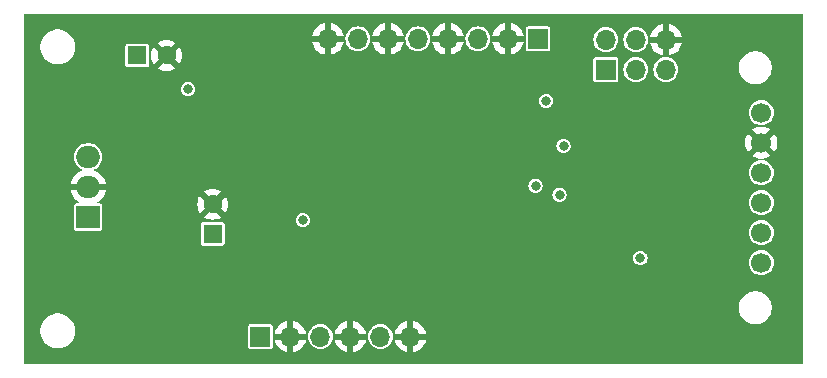
<source format=gbr>
%TF.GenerationSoftware,KiCad,Pcbnew,8.0.1*%
%TF.CreationDate,2024-05-12T19:19:51+02:00*%
%TF.ProjectId,lps-1,6c70732d-312e-46b6-9963-61645f706362,1.2*%
%TF.SameCoordinates,Original*%
%TF.FileFunction,Copper,L2,Inr*%
%TF.FilePolarity,Positive*%
%FSLAX46Y46*%
G04 Gerber Fmt 4.6, Leading zero omitted, Abs format (unit mm)*
G04 Created by KiCad (PCBNEW 8.0.1) date 2024-05-12 19:19:51*
%MOMM*%
%LPD*%
G01*
G04 APERTURE LIST*
%TA.AperFunction,ComponentPad*%
%ADD10C,1.700000*%
%TD*%
%TA.AperFunction,ComponentPad*%
%ADD11R,2.000000X1.905000*%
%TD*%
%TA.AperFunction,ComponentPad*%
%ADD12O,2.000000X1.905000*%
%TD*%
%TA.AperFunction,ComponentPad*%
%ADD13R,1.700000X1.700000*%
%TD*%
%TA.AperFunction,ComponentPad*%
%ADD14O,1.700000X1.700000*%
%TD*%
%TA.AperFunction,ComponentPad*%
%ADD15R,1.600000X1.600000*%
%TD*%
%TA.AperFunction,ComponentPad*%
%ADD16C,1.600000*%
%TD*%
%TA.AperFunction,ViaPad*%
%ADD17C,0.800000*%
%TD*%
G04 APERTURE END LIST*
D10*
%TO.N,+3.3V*%
%TO.C,J4*%
X125540000Y-63550000D03*
%TO.N,GND*%
X125540000Y-66090000D03*
%TO.N,/SCL*%
X125540000Y-68630000D03*
%TO.N,/SDA*%
X125540000Y-71170000D03*
%TO.N,unconnected-(J4-Pin_5-Pad5)*%
X125540000Y-73710000D03*
%TO.N,unconnected-(J4-Pin_6-Pad6)*%
X125540000Y-76250000D03*
%TD*%
D11*
%TO.N,Net-(D1-K)*%
%TO.C,U1*%
X68550000Y-72379999D03*
D12*
%TO.N,GND*%
X68550000Y-69839999D03*
%TO.N,+5V*%
X68550000Y-67299999D03*
%TD*%
D13*
%TO.N,/TxD0*%
%TO.C,J5*%
X112375000Y-59905000D03*
D14*
%TO.N,/RxD0*%
X112375000Y-57365000D03*
%TO.N,/MODEM_SLEEP*%
X114915000Y-59905000D03*
%TO.N,/MODEM_RESET*%
X114915000Y-57365000D03*
%TO.N,+3.3V*%
X117455000Y-59905000D03*
%TO.N,GND*%
X117455000Y-57365000D03*
%TD*%
D15*
%TO.N,+5V*%
%TO.C,C6*%
X72700000Y-58700000D03*
D16*
%TO.N,GND*%
X75200000Y-58700000D03*
%TD*%
D13*
%TO.N,+3.3V*%
%TO.C,J6*%
X106630000Y-57290000D03*
D14*
%TO.N,GND*%
X104090000Y-57290000D03*
%TO.N,/UPDI*%
X101550000Y-57290000D03*
%TO.N,GND*%
X99010000Y-57290000D03*
%TO.N,/DIN*%
X96470000Y-57290000D03*
%TO.N,GND*%
X93930000Y-57290000D03*
%TO.N,/DOUT*%
X91390000Y-57290000D03*
%TO.N,GND*%
X88850000Y-57290000D03*
%TD*%
D15*
%TO.N,Net-(D1-K)*%
%TO.C,C1*%
X79098257Y-73796363D03*
D16*
%TO.N,GND*%
X79098257Y-71296363D03*
%TD*%
D13*
%TO.N,/12VIN*%
%TO.C,J15*%
X83125000Y-82500000D03*
D14*
%TO.N,GND*%
X85665000Y-82500000D03*
%TO.N,+5V*%
X88205000Y-82500000D03*
%TO.N,GND*%
X90745000Y-82500000D03*
%TO.N,+3.3V*%
X93285000Y-82500000D03*
%TO.N,GND*%
X95825000Y-82500000D03*
%TD*%
D17*
%TO.N,+3.3V*%
X107330732Y-62545937D03*
X115300000Y-75850000D03*
X77000000Y-61550000D03*
X86725000Y-72650000D03*
%TO.N,GND*%
X117730000Y-65610000D03*
X117090000Y-77200000D03*
X117740000Y-72980000D03*
X106680000Y-66040000D03*
X119970834Y-70386500D03*
%TO.N,/SCL*%
X106426000Y-69723000D03*
%TO.N,/SDA*%
X108458000Y-70485000D03*
%TO.N,/UPDI*%
X108794474Y-66357072D03*
%TD*%
%TA.AperFunction,Conductor*%
%TO.N,GND*%
G36*
X129053794Y-55171206D02*
G01*
X129072100Y-55215400D01*
X129072100Y-84784600D01*
X129053794Y-84828794D01*
X129009600Y-84847100D01*
X63214400Y-84847100D01*
X63170206Y-84828794D01*
X63151900Y-84784600D01*
X63151900Y-82141279D01*
X64497500Y-82141279D01*
X64497501Y-82141295D01*
X64533880Y-82370979D01*
X64533880Y-82370980D01*
X64605746Y-82592161D01*
X64605750Y-82592169D01*
X64711329Y-82799381D01*
X64848025Y-82987526D01*
X64848032Y-82987534D01*
X65012465Y-83151967D01*
X65012473Y-83151974D01*
X65142452Y-83246410D01*
X65200621Y-83288672D01*
X65407837Y-83394253D01*
X65629018Y-83466119D01*
X65725829Y-83481452D01*
X65858704Y-83502498D01*
X65858710Y-83502498D01*
X65858718Y-83502500D01*
X65858720Y-83502500D01*
X66091280Y-83502500D01*
X66091282Y-83502500D01*
X66320982Y-83466119D01*
X66542163Y-83394253D01*
X66590257Y-83369748D01*
X82074500Y-83369748D01*
X82086132Y-83428230D01*
X82086133Y-83428232D01*
X82130447Y-83494552D01*
X82196767Y-83538866D01*
X82196769Y-83538867D01*
X82255252Y-83550500D01*
X83994748Y-83550500D01*
X84053231Y-83538867D01*
X84119552Y-83494552D01*
X84163867Y-83428231D01*
X84175500Y-83369748D01*
X84175500Y-82754000D01*
X84328457Y-82754000D01*
X84376178Y-82942451D01*
X84376179Y-82942455D01*
X84466583Y-83148554D01*
X84466585Y-83148557D01*
X84589674Y-83336957D01*
X84589677Y-83336962D01*
X84742101Y-83502538D01*
X84742104Y-83502541D01*
X84919697Y-83640767D01*
X84919699Y-83640768D01*
X85117627Y-83747880D01*
X85117628Y-83747881D01*
X85330487Y-83820956D01*
X85411000Y-83834391D01*
X85411000Y-82930702D01*
X85472007Y-82965925D01*
X85599174Y-83000000D01*
X85730826Y-83000000D01*
X85857993Y-82965925D01*
X85919000Y-82930702D01*
X85919000Y-83834391D01*
X85999512Y-83820956D01*
X86212371Y-83747881D01*
X86212372Y-83747880D01*
X86410300Y-83640768D01*
X86410302Y-83640767D01*
X86587895Y-83502541D01*
X86587898Y-83502538D01*
X86740322Y-83336962D01*
X86740325Y-83336957D01*
X86863414Y-83148557D01*
X86863416Y-83148554D01*
X86953820Y-82942455D01*
X86953821Y-82942451D01*
X87001543Y-82754000D01*
X86095703Y-82754000D01*
X86130925Y-82692993D01*
X86165000Y-82565826D01*
X86165000Y-82500000D01*
X87149417Y-82500000D01*
X87169699Y-82705930D01*
X87169700Y-82705935D01*
X87229766Y-82903949D01*
X87229768Y-82903954D01*
X87327311Y-83086444D01*
X87327319Y-83086455D01*
X87378284Y-83148557D01*
X87458590Y-83246410D01*
X87618550Y-83377685D01*
X87618553Y-83377686D01*
X87618555Y-83377688D01*
X87649546Y-83394253D01*
X87801046Y-83475232D01*
X87999066Y-83535300D01*
X88205000Y-83555583D01*
X88410934Y-83535300D01*
X88608954Y-83475232D01*
X88791450Y-83377685D01*
X88951410Y-83246410D01*
X89082685Y-83086450D01*
X89180232Y-82903954D01*
X89225720Y-82754000D01*
X89408457Y-82754000D01*
X89456178Y-82942451D01*
X89456179Y-82942455D01*
X89546583Y-83148554D01*
X89546585Y-83148557D01*
X89669674Y-83336957D01*
X89669677Y-83336962D01*
X89822101Y-83502538D01*
X89822104Y-83502541D01*
X89999697Y-83640767D01*
X89999699Y-83640768D01*
X90197627Y-83747880D01*
X90197628Y-83747881D01*
X90410487Y-83820956D01*
X90491000Y-83834391D01*
X90491000Y-82930702D01*
X90552007Y-82965925D01*
X90679174Y-83000000D01*
X90810826Y-83000000D01*
X90937993Y-82965925D01*
X90999000Y-82930702D01*
X90999000Y-83834391D01*
X91079512Y-83820956D01*
X91292371Y-83747881D01*
X91292372Y-83747880D01*
X91490300Y-83640768D01*
X91490302Y-83640767D01*
X91667895Y-83502541D01*
X91667898Y-83502538D01*
X91820322Y-83336962D01*
X91820325Y-83336957D01*
X91943414Y-83148557D01*
X91943416Y-83148554D01*
X92033820Y-82942455D01*
X92033821Y-82942451D01*
X92081543Y-82754000D01*
X91175703Y-82754000D01*
X91210925Y-82692993D01*
X91245000Y-82565826D01*
X91245000Y-82500000D01*
X92229417Y-82500000D01*
X92249699Y-82705930D01*
X92249700Y-82705935D01*
X92309766Y-82903949D01*
X92309768Y-82903954D01*
X92407311Y-83086444D01*
X92407319Y-83086455D01*
X92458284Y-83148557D01*
X92538590Y-83246410D01*
X92698550Y-83377685D01*
X92698553Y-83377686D01*
X92698555Y-83377688D01*
X92729546Y-83394253D01*
X92881046Y-83475232D01*
X93079066Y-83535300D01*
X93285000Y-83555583D01*
X93490934Y-83535300D01*
X93688954Y-83475232D01*
X93871450Y-83377685D01*
X94031410Y-83246410D01*
X94162685Y-83086450D01*
X94260232Y-82903954D01*
X94305720Y-82754000D01*
X94488457Y-82754000D01*
X94536178Y-82942451D01*
X94536179Y-82942455D01*
X94626583Y-83148554D01*
X94626585Y-83148557D01*
X94749674Y-83336957D01*
X94749677Y-83336962D01*
X94902101Y-83502538D01*
X94902104Y-83502541D01*
X95079697Y-83640767D01*
X95079699Y-83640768D01*
X95277627Y-83747880D01*
X95277628Y-83747881D01*
X95490487Y-83820956D01*
X95571000Y-83834391D01*
X95571000Y-82930702D01*
X95632007Y-82965925D01*
X95759174Y-83000000D01*
X95890826Y-83000000D01*
X96017993Y-82965925D01*
X96079000Y-82930702D01*
X96079000Y-83834391D01*
X96159512Y-83820956D01*
X96372371Y-83747881D01*
X96372372Y-83747880D01*
X96570300Y-83640768D01*
X96570302Y-83640767D01*
X96747895Y-83502541D01*
X96747898Y-83502538D01*
X96900322Y-83336962D01*
X96900325Y-83336957D01*
X97023414Y-83148557D01*
X97023416Y-83148554D01*
X97113820Y-82942455D01*
X97113821Y-82942451D01*
X97161543Y-82754000D01*
X96255703Y-82754000D01*
X96290925Y-82692993D01*
X96325000Y-82565826D01*
X96325000Y-82434174D01*
X96290925Y-82307007D01*
X96255703Y-82246000D01*
X97161543Y-82246000D01*
X97113821Y-82057548D01*
X97113820Y-82057544D01*
X97023416Y-81851445D01*
X97023414Y-81851442D01*
X96900325Y-81663042D01*
X96900322Y-81663037D01*
X96747898Y-81497461D01*
X96747895Y-81497458D01*
X96570302Y-81359232D01*
X96570300Y-81359231D01*
X96372372Y-81252119D01*
X96372371Y-81252118D01*
X96159507Y-81179041D01*
X96079000Y-81165606D01*
X96079000Y-82069297D01*
X96017993Y-82034075D01*
X95890826Y-82000000D01*
X95759174Y-82000000D01*
X95632007Y-82034075D01*
X95571000Y-82069297D01*
X95571000Y-81165606D01*
X95490492Y-81179041D01*
X95277628Y-81252118D01*
X95277627Y-81252119D01*
X95079699Y-81359231D01*
X95079697Y-81359232D01*
X94902104Y-81497458D01*
X94902101Y-81497461D01*
X94749677Y-81663037D01*
X94749674Y-81663042D01*
X94626585Y-81851442D01*
X94626583Y-81851445D01*
X94536179Y-82057544D01*
X94536178Y-82057548D01*
X94488457Y-82246000D01*
X95394297Y-82246000D01*
X95359075Y-82307007D01*
X95325000Y-82434174D01*
X95325000Y-82565826D01*
X95359075Y-82692993D01*
X95394297Y-82754000D01*
X94488457Y-82754000D01*
X94305720Y-82754000D01*
X94320300Y-82705934D01*
X94340583Y-82500000D01*
X94320300Y-82294066D01*
X94260232Y-82096046D01*
X94162685Y-81913550D01*
X94031410Y-81753590D01*
X93940544Y-81679019D01*
X93871455Y-81622319D01*
X93871453Y-81622318D01*
X93871450Y-81622315D01*
X93871448Y-81622313D01*
X93871444Y-81622311D01*
X93688954Y-81524768D01*
X93688949Y-81524766D01*
X93490935Y-81464700D01*
X93490930Y-81464699D01*
X93285000Y-81444417D01*
X93079069Y-81464699D01*
X93079064Y-81464700D01*
X92881050Y-81524766D01*
X92881045Y-81524768D01*
X92698555Y-81622311D01*
X92698544Y-81622319D01*
X92538591Y-81753588D01*
X92538588Y-81753591D01*
X92407319Y-81913544D01*
X92407311Y-81913555D01*
X92309768Y-82096045D01*
X92309766Y-82096050D01*
X92249700Y-82294064D01*
X92249699Y-82294069D01*
X92229417Y-82499999D01*
X92229417Y-82500000D01*
X91245000Y-82500000D01*
X91245000Y-82434174D01*
X91210925Y-82307007D01*
X91175703Y-82246000D01*
X92081543Y-82246000D01*
X92033821Y-82057548D01*
X92033820Y-82057544D01*
X91943416Y-81851445D01*
X91943414Y-81851442D01*
X91820325Y-81663042D01*
X91820322Y-81663037D01*
X91667898Y-81497461D01*
X91667895Y-81497458D01*
X91490302Y-81359232D01*
X91490300Y-81359231D01*
X91292372Y-81252119D01*
X91292371Y-81252118D01*
X91079507Y-81179041D01*
X90999000Y-81165606D01*
X90999000Y-82069297D01*
X90937993Y-82034075D01*
X90810826Y-82000000D01*
X90679174Y-82000000D01*
X90552007Y-82034075D01*
X90491000Y-82069297D01*
X90491000Y-81165606D01*
X90410492Y-81179041D01*
X90197628Y-81252118D01*
X90197627Y-81252119D01*
X89999699Y-81359231D01*
X89999697Y-81359232D01*
X89822104Y-81497458D01*
X89822101Y-81497461D01*
X89669677Y-81663037D01*
X89669674Y-81663042D01*
X89546585Y-81851442D01*
X89546583Y-81851445D01*
X89456179Y-82057544D01*
X89456178Y-82057548D01*
X89408457Y-82246000D01*
X90314297Y-82246000D01*
X90279075Y-82307007D01*
X90245000Y-82434174D01*
X90245000Y-82565826D01*
X90279075Y-82692993D01*
X90314297Y-82754000D01*
X89408457Y-82754000D01*
X89225720Y-82754000D01*
X89240300Y-82705934D01*
X89260583Y-82500000D01*
X89240300Y-82294066D01*
X89180232Y-82096046D01*
X89082685Y-81913550D01*
X88951410Y-81753590D01*
X88860544Y-81679019D01*
X88791455Y-81622319D01*
X88791453Y-81622318D01*
X88791450Y-81622315D01*
X88791448Y-81622313D01*
X88791444Y-81622311D01*
X88608954Y-81524768D01*
X88608949Y-81524766D01*
X88410935Y-81464700D01*
X88410930Y-81464699D01*
X88205000Y-81444417D01*
X87999069Y-81464699D01*
X87999064Y-81464700D01*
X87801050Y-81524766D01*
X87801045Y-81524768D01*
X87618555Y-81622311D01*
X87618544Y-81622319D01*
X87458591Y-81753588D01*
X87458588Y-81753591D01*
X87327319Y-81913544D01*
X87327311Y-81913555D01*
X87229768Y-82096045D01*
X87229766Y-82096050D01*
X87169700Y-82294064D01*
X87169699Y-82294069D01*
X87149417Y-82499999D01*
X87149417Y-82500000D01*
X86165000Y-82500000D01*
X86165000Y-82434174D01*
X86130925Y-82307007D01*
X86095703Y-82246000D01*
X87001543Y-82246000D01*
X86953821Y-82057548D01*
X86953820Y-82057544D01*
X86863416Y-81851445D01*
X86863414Y-81851442D01*
X86740325Y-81663042D01*
X86740322Y-81663037D01*
X86587898Y-81497461D01*
X86587895Y-81497458D01*
X86410302Y-81359232D01*
X86410300Y-81359231D01*
X86212372Y-81252119D01*
X86212371Y-81252118D01*
X85999507Y-81179041D01*
X85919000Y-81165606D01*
X85919000Y-82069297D01*
X85857993Y-82034075D01*
X85730826Y-82000000D01*
X85599174Y-82000000D01*
X85472007Y-82034075D01*
X85411000Y-82069297D01*
X85411000Y-81165606D01*
X85330492Y-81179041D01*
X85117628Y-81252118D01*
X85117627Y-81252119D01*
X84919699Y-81359231D01*
X84919697Y-81359232D01*
X84742104Y-81497458D01*
X84742101Y-81497461D01*
X84589677Y-81663037D01*
X84589674Y-81663042D01*
X84466585Y-81851442D01*
X84466583Y-81851445D01*
X84376179Y-82057544D01*
X84376178Y-82057548D01*
X84328457Y-82246000D01*
X85234297Y-82246000D01*
X85199075Y-82307007D01*
X85165000Y-82434174D01*
X85165000Y-82565826D01*
X85199075Y-82692993D01*
X85234297Y-82754000D01*
X84328457Y-82754000D01*
X84175500Y-82754000D01*
X84175500Y-81630252D01*
X84163867Y-81571769D01*
X84163866Y-81571767D01*
X84119552Y-81505447D01*
X84053232Y-81461133D01*
X84053230Y-81461132D01*
X83994748Y-81449500D01*
X82255252Y-81449500D01*
X82196769Y-81461132D01*
X82196767Y-81461133D01*
X82130447Y-81505447D01*
X82086133Y-81571767D01*
X82086132Y-81571769D01*
X82074500Y-81630251D01*
X82074500Y-83369748D01*
X66590257Y-83369748D01*
X66749379Y-83288672D01*
X66937527Y-83151974D01*
X67101974Y-82987527D01*
X67238672Y-82799379D01*
X67344253Y-82592163D01*
X67416119Y-82370982D01*
X67452500Y-82141282D01*
X67452500Y-81908718D01*
X67416119Y-81679018D01*
X67344253Y-81457837D01*
X67238672Y-81250621D01*
X67101974Y-81062473D01*
X67101967Y-81062465D01*
X66937534Y-80898032D01*
X66937526Y-80898025D01*
X66749381Y-80761329D01*
X66542169Y-80655750D01*
X66542161Y-80655746D01*
X66320980Y-80583880D01*
X66091295Y-80547501D01*
X66091283Y-80547500D01*
X66091282Y-80547500D01*
X65858718Y-80547500D01*
X65858716Y-80547500D01*
X65858704Y-80547501D01*
X65629020Y-80583880D01*
X65629019Y-80583880D01*
X65407838Y-80655746D01*
X65407830Y-80655750D01*
X65200618Y-80761329D01*
X65012473Y-80898025D01*
X65012465Y-80898032D01*
X64848032Y-81062465D01*
X64848025Y-81062473D01*
X64711329Y-81250618D01*
X64605750Y-81457830D01*
X64605746Y-81457838D01*
X64533880Y-81679019D01*
X64533880Y-81679020D01*
X64497501Y-81908704D01*
X64497500Y-81908720D01*
X64497500Y-82141279D01*
X63151900Y-82141279D01*
X63151900Y-80169983D01*
X123634500Y-80169983D01*
X123634501Y-80169999D01*
X123668910Y-80387246D01*
X123668910Y-80387247D01*
X123736886Y-80596455D01*
X123736887Y-80596457D01*
X123767097Y-80655746D01*
X123836751Y-80792449D01*
X123966047Y-80970410D01*
X123966050Y-80970413D01*
X123966053Y-80970417D01*
X124121582Y-81125946D01*
X124121585Y-81125948D01*
X124121590Y-81125953D01*
X124299551Y-81255249D01*
X124495546Y-81355114D01*
X124704751Y-81423089D01*
X124796322Y-81437592D01*
X124922000Y-81457498D01*
X124922006Y-81457498D01*
X124922014Y-81457500D01*
X124922016Y-81457500D01*
X125141984Y-81457500D01*
X125141986Y-81457500D01*
X125359249Y-81423089D01*
X125568454Y-81355114D01*
X125764449Y-81255249D01*
X125942410Y-81125953D01*
X126097953Y-80970410D01*
X126227249Y-80792449D01*
X126327114Y-80596454D01*
X126395089Y-80387249D01*
X126429500Y-80169986D01*
X126429500Y-79950014D01*
X126395089Y-79732751D01*
X126327114Y-79523546D01*
X126227249Y-79327551D01*
X126097953Y-79149590D01*
X126097948Y-79149585D01*
X126097946Y-79149582D01*
X125942417Y-78994053D01*
X125942413Y-78994050D01*
X125942410Y-78994047D01*
X125764449Y-78864751D01*
X125568457Y-78764887D01*
X125568455Y-78764886D01*
X125359247Y-78696910D01*
X125141999Y-78662501D01*
X125141987Y-78662500D01*
X125141986Y-78662500D01*
X124922014Y-78662500D01*
X124922012Y-78662500D01*
X124922000Y-78662501D01*
X124704753Y-78696910D01*
X124704752Y-78696910D01*
X124495544Y-78764886D01*
X124495542Y-78764887D01*
X124299550Y-78864751D01*
X124121582Y-78994053D01*
X123966053Y-79149582D01*
X123836751Y-79327550D01*
X123736887Y-79523542D01*
X123736886Y-79523544D01*
X123668910Y-79732752D01*
X123668910Y-79732753D01*
X123634501Y-79950000D01*
X123634500Y-79950016D01*
X123634500Y-80169983D01*
X63151900Y-80169983D01*
X63151900Y-75850001D01*
X114694318Y-75850001D01*
X114714954Y-76006755D01*
X114714957Y-76006765D01*
X114775462Y-76152838D01*
X114775464Y-76152841D01*
X114871717Y-76278282D01*
X114967971Y-76352139D01*
X114997159Y-76374536D01*
X115143238Y-76435044D01*
X115143242Y-76435044D01*
X115143244Y-76435045D01*
X115299998Y-76455682D01*
X115300000Y-76455682D01*
X115300002Y-76455682D01*
X115456755Y-76435045D01*
X115456755Y-76435044D01*
X115456762Y-76435044D01*
X115602841Y-76374536D01*
X115728282Y-76278282D01*
X115749983Y-76250000D01*
X124484417Y-76250000D01*
X124504699Y-76455930D01*
X124504700Y-76455935D01*
X124564766Y-76653949D01*
X124564768Y-76653954D01*
X124662311Y-76836444D01*
X124662313Y-76836448D01*
X124662315Y-76836450D01*
X124793590Y-76996410D01*
X124953550Y-77127685D01*
X124953553Y-77127686D01*
X124953555Y-77127688D01*
X125028912Y-77167967D01*
X125136046Y-77225232D01*
X125334066Y-77285300D01*
X125540000Y-77305583D01*
X125745934Y-77285300D01*
X125943954Y-77225232D01*
X126126450Y-77127685D01*
X126286410Y-76996410D01*
X126417685Y-76836450D01*
X126515232Y-76653954D01*
X126575300Y-76455934D01*
X126595583Y-76250000D01*
X126575300Y-76044066D01*
X126515232Y-75846046D01*
X126417685Y-75663550D01*
X126286410Y-75503590D01*
X126126450Y-75372315D01*
X126126448Y-75372313D01*
X126126444Y-75372311D01*
X125943954Y-75274768D01*
X125943949Y-75274766D01*
X125745935Y-75214700D01*
X125745930Y-75214699D01*
X125540000Y-75194417D01*
X125334069Y-75214699D01*
X125334064Y-75214700D01*
X125136050Y-75274766D01*
X125136045Y-75274768D01*
X124953555Y-75372311D01*
X124953544Y-75372319D01*
X124793591Y-75503588D01*
X124793588Y-75503591D01*
X124662319Y-75663544D01*
X124662311Y-75663555D01*
X124564768Y-75846045D01*
X124564766Y-75846050D01*
X124504700Y-76044064D01*
X124504699Y-76044069D01*
X124484417Y-76249999D01*
X124484417Y-76250000D01*
X115749983Y-76250000D01*
X115824536Y-76152841D01*
X115885044Y-76006762D01*
X115905682Y-75850000D01*
X115905161Y-75846046D01*
X115885045Y-75693244D01*
X115885044Y-75693242D01*
X115885044Y-75693238D01*
X115824536Y-75547159D01*
X115791105Y-75503591D01*
X115728282Y-75421717D01*
X115602841Y-75325464D01*
X115602838Y-75325462D01*
X115456765Y-75264957D01*
X115456755Y-75264954D01*
X115300002Y-75244318D01*
X115299998Y-75244318D01*
X115143244Y-75264954D01*
X115143234Y-75264957D01*
X114997161Y-75325462D01*
X114997158Y-75325464D01*
X114871717Y-75421717D01*
X114775464Y-75547158D01*
X114775462Y-75547161D01*
X114714957Y-75693234D01*
X114714954Y-75693244D01*
X114694318Y-75849998D01*
X114694318Y-75850001D01*
X63151900Y-75850001D01*
X63151900Y-74616111D01*
X78097757Y-74616111D01*
X78109389Y-74674593D01*
X78109390Y-74674595D01*
X78153704Y-74740915D01*
X78220024Y-74785229D01*
X78220026Y-74785230D01*
X78278509Y-74796863D01*
X79918005Y-74796863D01*
X79976488Y-74785230D01*
X80042809Y-74740915D01*
X80087124Y-74674594D01*
X80098757Y-74616111D01*
X80098757Y-73710000D01*
X124484417Y-73710000D01*
X124504699Y-73915930D01*
X124504700Y-73915935D01*
X124564766Y-74113949D01*
X124564768Y-74113954D01*
X124662311Y-74296444D01*
X124662313Y-74296448D01*
X124662315Y-74296450D01*
X124793590Y-74456410D01*
X124953550Y-74587685D01*
X124953553Y-74587686D01*
X124953555Y-74587688D01*
X125006731Y-74616111D01*
X125136046Y-74685232D01*
X125334066Y-74745300D01*
X125540000Y-74765583D01*
X125745934Y-74745300D01*
X125943954Y-74685232D01*
X126126450Y-74587685D01*
X126286410Y-74456410D01*
X126417685Y-74296450D01*
X126515232Y-74113954D01*
X126575300Y-73915934D01*
X126595583Y-73710000D01*
X126575300Y-73504066D01*
X126515232Y-73306046D01*
X126417685Y-73123550D01*
X126297099Y-72976615D01*
X126286411Y-72963591D01*
X126286408Y-72963588D01*
X126126455Y-72832319D01*
X126126453Y-72832318D01*
X126126450Y-72832315D01*
X126126448Y-72832313D01*
X126126444Y-72832311D01*
X125943954Y-72734768D01*
X125943949Y-72734766D01*
X125745935Y-72674700D01*
X125745930Y-72674699D01*
X125540000Y-72654417D01*
X125334069Y-72674699D01*
X125334064Y-72674700D01*
X125136050Y-72734766D01*
X125136045Y-72734768D01*
X124953555Y-72832311D01*
X124953544Y-72832319D01*
X124793591Y-72963588D01*
X124793588Y-72963591D01*
X124662319Y-73123544D01*
X124662311Y-73123555D01*
X124564768Y-73306045D01*
X124564766Y-73306050D01*
X124504700Y-73504064D01*
X124504699Y-73504069D01*
X124484417Y-73709999D01*
X124484417Y-73710000D01*
X80098757Y-73710000D01*
X80098757Y-72976615D01*
X80087124Y-72918132D01*
X80087123Y-72918130D01*
X80042809Y-72851810D01*
X79976489Y-72807496D01*
X79976487Y-72807495D01*
X79918005Y-72795863D01*
X78278509Y-72795863D01*
X78220026Y-72807495D01*
X78220024Y-72807496D01*
X78153704Y-72851810D01*
X78109390Y-72918130D01*
X78109389Y-72918132D01*
X78097757Y-72976614D01*
X78097757Y-74616111D01*
X63151900Y-74616111D01*
X63151900Y-70093999D01*
X67064024Y-70093999D01*
X67077962Y-70181997D01*
X67077962Y-70181998D01*
X67149001Y-70400634D01*
X67149005Y-70400642D01*
X67253368Y-70605465D01*
X67388499Y-70791458D01*
X67551040Y-70953999D01*
X67737030Y-71089129D01*
X67775658Y-71108811D01*
X67806724Y-71145186D01*
X67802971Y-71192874D01*
X67766596Y-71223940D01*
X67747283Y-71226999D01*
X67530252Y-71226999D01*
X67471769Y-71238631D01*
X67471767Y-71238632D01*
X67405447Y-71282946D01*
X67361133Y-71349266D01*
X67361132Y-71349268D01*
X67349500Y-71407750D01*
X67349500Y-73352247D01*
X67361132Y-73410729D01*
X67361133Y-73410731D01*
X67405447Y-73477051D01*
X67471767Y-73521365D01*
X67471769Y-73521366D01*
X67530252Y-73532999D01*
X69569748Y-73532999D01*
X69628231Y-73521366D01*
X69694552Y-73477051D01*
X69738867Y-73410730D01*
X69750500Y-73352247D01*
X69750500Y-72650001D01*
X86119318Y-72650001D01*
X86139954Y-72806755D01*
X86139957Y-72806765D01*
X86200462Y-72952838D01*
X86200464Y-72952841D01*
X86296717Y-73078282D01*
X86355719Y-73123555D01*
X86422159Y-73174536D01*
X86568238Y-73235044D01*
X86568242Y-73235044D01*
X86568244Y-73235045D01*
X86724998Y-73255682D01*
X86725000Y-73255682D01*
X86725002Y-73255682D01*
X86881755Y-73235045D01*
X86881755Y-73235044D01*
X86881762Y-73235044D01*
X87027841Y-73174536D01*
X87153282Y-73078282D01*
X87249536Y-72952841D01*
X87310044Y-72806762D01*
X87319522Y-72734768D01*
X87330682Y-72650001D01*
X87330682Y-72649998D01*
X87310045Y-72493244D01*
X87310044Y-72493242D01*
X87310044Y-72493238D01*
X87249536Y-72347159D01*
X87156248Y-72225583D01*
X87153282Y-72221717D01*
X87027841Y-72125464D01*
X87027838Y-72125462D01*
X86881765Y-72064957D01*
X86881755Y-72064954D01*
X86725002Y-72044318D01*
X86724998Y-72044318D01*
X86568244Y-72064954D01*
X86568234Y-72064957D01*
X86422161Y-72125462D01*
X86422158Y-72125464D01*
X86296717Y-72221717D01*
X86200464Y-72347158D01*
X86200462Y-72347161D01*
X86139957Y-72493234D01*
X86139954Y-72493244D01*
X86119318Y-72649998D01*
X86119318Y-72650001D01*
X69750500Y-72650001D01*
X69750500Y-71407751D01*
X69738867Y-71349268D01*
X69703518Y-71296365D01*
X77785261Y-71296365D01*
X77805207Y-71524358D01*
X77805210Y-71524374D01*
X77864442Y-71745430D01*
X77864443Y-71745432D01*
X77961168Y-71952860D01*
X78011156Y-72024252D01*
X78698257Y-71337151D01*
X78698257Y-71349024D01*
X78725516Y-71450757D01*
X78778177Y-71541969D01*
X78852651Y-71616443D01*
X78943863Y-71669104D01*
X79045596Y-71696363D01*
X79057467Y-71696363D01*
X78370366Y-72383462D01*
X78441760Y-72433451D01*
X78441758Y-72433451D01*
X78649187Y-72530176D01*
X78649189Y-72530177D01*
X78870245Y-72589409D01*
X78870261Y-72589412D01*
X79098255Y-72609359D01*
X79098259Y-72609359D01*
X79326252Y-72589412D01*
X79326268Y-72589409D01*
X79547324Y-72530177D01*
X79547326Y-72530176D01*
X79754751Y-72433452D01*
X79826145Y-72383461D01*
X79139047Y-71696363D01*
X79150918Y-71696363D01*
X79252651Y-71669104D01*
X79343863Y-71616443D01*
X79418337Y-71541969D01*
X79470998Y-71450757D01*
X79498257Y-71349024D01*
X79498257Y-71337153D01*
X80185355Y-72024251D01*
X80235346Y-71952857D01*
X80332070Y-71745432D01*
X80332071Y-71745430D01*
X80391303Y-71524374D01*
X80391306Y-71524358D01*
X80411253Y-71296365D01*
X80411253Y-71296360D01*
X80400198Y-71170000D01*
X124484417Y-71170000D01*
X124504699Y-71375930D01*
X124504700Y-71375935D01*
X124564766Y-71573949D01*
X124564768Y-71573954D01*
X124662311Y-71756444D01*
X124662313Y-71756448D01*
X124662315Y-71756450D01*
X124793590Y-71916410D01*
X124953550Y-72047685D01*
X124953553Y-72047686D01*
X124953555Y-72047688D01*
X124985861Y-72064956D01*
X125136046Y-72145232D01*
X125334066Y-72205300D01*
X125540000Y-72225583D01*
X125745934Y-72205300D01*
X125943954Y-72145232D01*
X126126450Y-72047685D01*
X126286410Y-71916410D01*
X126417685Y-71756450D01*
X126515232Y-71573954D01*
X126575300Y-71375934D01*
X126595583Y-71170000D01*
X126575300Y-70964066D01*
X126515232Y-70766046D01*
X126448800Y-70641762D01*
X126417688Y-70583555D01*
X126417686Y-70583553D01*
X126417685Y-70583550D01*
X126286410Y-70423590D01*
X126126450Y-70292315D01*
X126126448Y-70292313D01*
X126126444Y-70292311D01*
X125943954Y-70194768D01*
X125943949Y-70194766D01*
X125745935Y-70134700D01*
X125745930Y-70134699D01*
X125540000Y-70114417D01*
X125334069Y-70134699D01*
X125334064Y-70134700D01*
X125136050Y-70194766D01*
X125136045Y-70194768D01*
X124953555Y-70292311D01*
X124953544Y-70292319D01*
X124793591Y-70423588D01*
X124793588Y-70423591D01*
X124662319Y-70583544D01*
X124662311Y-70583555D01*
X124564768Y-70766045D01*
X124564766Y-70766050D01*
X124504700Y-70964064D01*
X124504699Y-70964069D01*
X124484417Y-71169999D01*
X124484417Y-71170000D01*
X80400198Y-71170000D01*
X80391306Y-71068367D01*
X80391303Y-71068351D01*
X80332071Y-70847295D01*
X80332070Y-70847293D01*
X80235345Y-70639865D01*
X80185356Y-70568473D01*
X80185356Y-70568472D01*
X79498257Y-71255571D01*
X79498257Y-71243702D01*
X79470998Y-71141969D01*
X79418337Y-71050757D01*
X79343863Y-70976283D01*
X79252651Y-70923622D01*
X79150918Y-70896363D01*
X79139045Y-70896363D01*
X79550407Y-70485001D01*
X107852318Y-70485001D01*
X107872954Y-70641755D01*
X107872957Y-70641765D01*
X107933462Y-70787838D01*
X107933464Y-70787841D01*
X108029717Y-70913282D01*
X108095901Y-70964066D01*
X108155159Y-71009536D01*
X108301238Y-71070044D01*
X108301242Y-71070044D01*
X108301244Y-71070045D01*
X108457998Y-71090682D01*
X108458000Y-71090682D01*
X108458002Y-71090682D01*
X108614755Y-71070045D01*
X108614755Y-71070044D01*
X108614762Y-71070044D01*
X108760841Y-71009536D01*
X108886282Y-70913282D01*
X108982536Y-70787841D01*
X109043044Y-70641762D01*
X109063682Y-70485000D01*
X109055597Y-70423591D01*
X109043045Y-70328244D01*
X109043044Y-70328242D01*
X109043044Y-70328238D01*
X109002705Y-70230852D01*
X108982537Y-70182161D01*
X108982535Y-70182158D01*
X108982411Y-70181997D01*
X108914889Y-70093999D01*
X108886282Y-70056717D01*
X108760841Y-69960464D01*
X108760838Y-69960462D01*
X108614765Y-69899957D01*
X108614755Y-69899954D01*
X108458002Y-69879318D01*
X108457998Y-69879318D01*
X108301244Y-69899954D01*
X108301234Y-69899957D01*
X108155161Y-69960462D01*
X108155158Y-69960464D01*
X108029717Y-70056717D01*
X107933464Y-70182158D01*
X107933462Y-70182161D01*
X107872957Y-70328234D01*
X107872954Y-70328244D01*
X107852318Y-70484998D01*
X107852318Y-70485001D01*
X79550407Y-70485001D01*
X79826146Y-70209262D01*
X79754753Y-70159274D01*
X79754755Y-70159274D01*
X79547326Y-70062549D01*
X79547324Y-70062548D01*
X79326268Y-70003316D01*
X79326252Y-70003313D01*
X79098259Y-69983367D01*
X79098255Y-69983367D01*
X78870261Y-70003313D01*
X78870245Y-70003316D01*
X78649189Y-70062548D01*
X78649187Y-70062549D01*
X78441759Y-70159274D01*
X78370366Y-70209262D01*
X79057467Y-70896363D01*
X79045596Y-70896363D01*
X78943863Y-70923622D01*
X78852651Y-70976283D01*
X78778177Y-71050757D01*
X78725516Y-71141969D01*
X78698257Y-71243702D01*
X78698257Y-71255573D01*
X78011156Y-70568472D01*
X77961168Y-70639865D01*
X77864443Y-70847293D01*
X77864442Y-70847295D01*
X77805210Y-71068351D01*
X77805207Y-71068367D01*
X77785261Y-71296360D01*
X77785261Y-71296365D01*
X69703518Y-71296365D01*
X69694552Y-71282946D01*
X69628232Y-71238632D01*
X69628230Y-71238631D01*
X69569748Y-71226999D01*
X69352717Y-71226999D01*
X69308523Y-71208693D01*
X69290217Y-71164499D01*
X69308523Y-71120305D01*
X69324342Y-71108811D01*
X69362969Y-71089129D01*
X69548959Y-70953999D01*
X69711500Y-70791458D01*
X69846631Y-70605465D01*
X69950994Y-70400642D01*
X69950998Y-70400634D01*
X70022037Y-70181998D01*
X70022037Y-70181997D01*
X70035975Y-70093999D01*
X69038438Y-70093999D01*
X69062518Y-70052291D01*
X69100000Y-69912408D01*
X69100000Y-69767590D01*
X69088052Y-69723001D01*
X105820318Y-69723001D01*
X105840954Y-69879755D01*
X105840957Y-69879765D01*
X105901462Y-70025838D01*
X105901464Y-70025841D01*
X105997717Y-70151282D01*
X106054390Y-70194768D01*
X106123159Y-70247536D01*
X106269238Y-70308044D01*
X106269242Y-70308044D01*
X106269244Y-70308045D01*
X106425998Y-70328682D01*
X106426000Y-70328682D01*
X106426002Y-70328682D01*
X106582755Y-70308045D01*
X106582755Y-70308044D01*
X106582762Y-70308044D01*
X106728841Y-70247536D01*
X106854282Y-70151282D01*
X106950536Y-70025841D01*
X107011044Y-69879762D01*
X107011045Y-69879755D01*
X107031682Y-69723001D01*
X107031682Y-69722998D01*
X107011045Y-69566244D01*
X107011044Y-69566242D01*
X107011044Y-69566238D01*
X106950536Y-69420159D01*
X106879422Y-69327481D01*
X106854282Y-69294717D01*
X106728841Y-69198464D01*
X106728838Y-69198462D01*
X106582765Y-69137957D01*
X106582755Y-69137954D01*
X106426002Y-69117318D01*
X106425998Y-69117318D01*
X106269244Y-69137954D01*
X106269234Y-69137957D01*
X106123161Y-69198462D01*
X106123158Y-69198464D01*
X105997717Y-69294717D01*
X105901464Y-69420158D01*
X105901462Y-69420161D01*
X105840957Y-69566234D01*
X105840954Y-69566244D01*
X105820318Y-69722998D01*
X105820318Y-69723001D01*
X69088052Y-69723001D01*
X69062518Y-69627707D01*
X69038438Y-69585999D01*
X70035975Y-69585999D01*
X70035975Y-69585998D01*
X70022037Y-69498000D01*
X70022037Y-69497999D01*
X69950998Y-69279363D01*
X69950994Y-69279355D01*
X69846631Y-69074532D01*
X69711500Y-68888539D01*
X69548959Y-68725998D01*
X69416828Y-68630000D01*
X124484417Y-68630000D01*
X124504699Y-68835930D01*
X124504700Y-68835935D01*
X124564766Y-69033949D01*
X124564768Y-69033954D01*
X124662311Y-69216444D01*
X124662319Y-69216455D01*
X124726547Y-69294718D01*
X124793590Y-69376410D01*
X124953550Y-69507685D01*
X124953553Y-69507686D01*
X124953555Y-69507688D01*
X125028912Y-69547967D01*
X125136046Y-69605232D01*
X125334066Y-69665300D01*
X125540000Y-69685583D01*
X125745934Y-69665300D01*
X125943954Y-69605232D01*
X126126450Y-69507685D01*
X126286410Y-69376410D01*
X126417685Y-69216450D01*
X126515232Y-69033954D01*
X126575300Y-68835934D01*
X126595583Y-68630000D01*
X126575300Y-68424066D01*
X126515232Y-68226046D01*
X126457967Y-68118912D01*
X126417688Y-68043555D01*
X126417686Y-68043553D01*
X126417685Y-68043550D01*
X126286410Y-67883590D01*
X126126450Y-67752315D01*
X126126448Y-67752313D01*
X126126444Y-67752311D01*
X125943954Y-67654768D01*
X125943949Y-67654766D01*
X125745935Y-67594700D01*
X125745930Y-67594699D01*
X125540000Y-67574417D01*
X125334069Y-67594699D01*
X125334064Y-67594700D01*
X125136050Y-67654766D01*
X125136045Y-67654768D01*
X124953555Y-67752311D01*
X124953544Y-67752319D01*
X124793591Y-67883588D01*
X124793588Y-67883591D01*
X124662319Y-68043544D01*
X124662311Y-68043555D01*
X124564768Y-68226045D01*
X124564766Y-68226050D01*
X124504700Y-68424064D01*
X124504699Y-68424069D01*
X124484417Y-68629999D01*
X124484417Y-68630000D01*
X69416828Y-68630000D01*
X69362966Y-68590867D01*
X69158143Y-68486504D01*
X69158135Y-68486500D01*
X69088181Y-68463771D01*
X69051807Y-68432704D01*
X69048054Y-68385016D01*
X69079119Y-68348643D01*
X69201804Y-68286133D01*
X69348629Y-68179458D01*
X69476959Y-68051128D01*
X69583634Y-67904303D01*
X69666027Y-67742597D01*
X69722109Y-67569994D01*
X69750500Y-67390742D01*
X69750500Y-67209256D01*
X69722109Y-67030004D01*
X69666027Y-66857401D01*
X69583634Y-66695695D01*
X69476959Y-66548870D01*
X69476952Y-66548862D01*
X69348636Y-66420546D01*
X69348628Y-66420539D01*
X69261275Y-66357073D01*
X108188792Y-66357073D01*
X108209428Y-66513827D01*
X108209431Y-66513837D01*
X108269936Y-66659910D01*
X108269938Y-66659913D01*
X108366191Y-66785354D01*
X108455479Y-66853866D01*
X108491633Y-66881608D01*
X108637712Y-66942116D01*
X108637716Y-66942116D01*
X108637718Y-66942117D01*
X108794472Y-66962754D01*
X108794474Y-66962754D01*
X108794476Y-66962754D01*
X108951229Y-66942117D01*
X108951229Y-66942116D01*
X108951236Y-66942116D01*
X109097315Y-66881608D01*
X109222756Y-66785354D01*
X109319010Y-66659913D01*
X109379518Y-66513834D01*
X109391800Y-66420540D01*
X109400156Y-66357073D01*
X109400156Y-66357070D01*
X109379519Y-66200316D01*
X109379518Y-66200314D01*
X109379518Y-66200310D01*
X109333826Y-66090000D01*
X124177346Y-66090000D01*
X124195931Y-66314284D01*
X124251178Y-66532451D01*
X124251179Y-66532455D01*
X124341583Y-66738554D01*
X124341585Y-66738558D01*
X124416920Y-66853866D01*
X124416921Y-66853866D01*
X125055841Y-66214945D01*
X125074075Y-66282993D01*
X125139901Y-66397007D01*
X125232993Y-66490099D01*
X125347007Y-66555925D01*
X125415051Y-66574157D01*
X124774311Y-67214898D01*
X124774311Y-67214899D01*
X124794698Y-67230767D01*
X124992627Y-67337880D01*
X124992628Y-67337881D01*
X125205487Y-67410956D01*
X125427476Y-67448000D01*
X125652524Y-67448000D01*
X125874512Y-67410956D01*
X126087371Y-67337881D01*
X126087372Y-67337881D01*
X126285303Y-67230766D01*
X126305688Y-67214899D01*
X125664947Y-66574158D01*
X125732993Y-66555925D01*
X125847007Y-66490099D01*
X125940099Y-66397007D01*
X126005925Y-66282993D01*
X126024158Y-66214947D01*
X126663077Y-66853866D01*
X126738416Y-66738553D01*
X126828820Y-66532455D01*
X126828821Y-66532451D01*
X126884068Y-66314284D01*
X126902653Y-66090000D01*
X126884068Y-65865715D01*
X126828821Y-65647548D01*
X126828820Y-65647544D01*
X126738416Y-65441445D01*
X126738414Y-65441442D01*
X126663078Y-65326132D01*
X126663077Y-65326132D01*
X126024157Y-65965051D01*
X126005925Y-65897007D01*
X125940099Y-65782993D01*
X125847007Y-65689901D01*
X125732993Y-65624075D01*
X125664947Y-65605841D01*
X126305688Y-64965100D01*
X126285301Y-64949232D01*
X126087372Y-64842119D01*
X126087371Y-64842118D01*
X125874512Y-64769043D01*
X125652524Y-64732000D01*
X125427476Y-64732000D01*
X125205487Y-64769043D01*
X124992628Y-64842118D01*
X124992627Y-64842119D01*
X124794694Y-64949234D01*
X124774311Y-64965099D01*
X124774310Y-64965099D01*
X125415052Y-65605841D01*
X125347007Y-65624075D01*
X125232993Y-65689901D01*
X125139901Y-65782993D01*
X125074075Y-65897007D01*
X125055841Y-65965052D01*
X124416921Y-65326132D01*
X124416920Y-65326132D01*
X124341585Y-65441441D01*
X124341583Y-65441445D01*
X124251179Y-65647544D01*
X124251178Y-65647548D01*
X124195931Y-65865715D01*
X124177346Y-66090000D01*
X109333826Y-66090000D01*
X109319010Y-66054231D01*
X109295947Y-66024174D01*
X109222756Y-65928789D01*
X109097315Y-65832536D01*
X109097312Y-65832534D01*
X108951239Y-65772029D01*
X108951229Y-65772026D01*
X108794476Y-65751390D01*
X108794472Y-65751390D01*
X108637718Y-65772026D01*
X108637708Y-65772029D01*
X108491635Y-65832534D01*
X108491632Y-65832536D01*
X108366191Y-65928789D01*
X108269938Y-66054230D01*
X108269936Y-66054233D01*
X108209431Y-66200306D01*
X108209428Y-66200316D01*
X108188792Y-66357070D01*
X108188792Y-66357073D01*
X69261275Y-66357073D01*
X69201806Y-66313866D01*
X69040104Y-66231475D01*
X69040096Y-66231471D01*
X68867493Y-66175389D01*
X68688256Y-66147000D01*
X68688244Y-66146999D01*
X68688243Y-66146999D01*
X68411757Y-66146999D01*
X68411755Y-66146999D01*
X68411743Y-66147000D01*
X68232507Y-66175389D01*
X68232506Y-66175389D01*
X68059903Y-66231471D01*
X68059895Y-66231475D01*
X67898193Y-66313866D01*
X67751371Y-66420539D01*
X67751363Y-66420546D01*
X67623047Y-66548862D01*
X67623040Y-66548870D01*
X67516367Y-66695692D01*
X67433976Y-66857394D01*
X67433972Y-66857402D01*
X67377890Y-67030005D01*
X67377890Y-67030006D01*
X67349501Y-67209242D01*
X67349500Y-67209258D01*
X67349500Y-67390739D01*
X67349501Y-67390755D01*
X67377890Y-67569991D01*
X67377890Y-67569992D01*
X67433972Y-67742595D01*
X67433976Y-67742603D01*
X67516367Y-67904305D01*
X67623040Y-68051127D01*
X67623047Y-68051135D01*
X67751363Y-68179451D01*
X67751371Y-68179458D01*
X67898196Y-68286133D01*
X68020878Y-68348642D01*
X68051945Y-68385016D01*
X68048192Y-68432704D01*
X68011818Y-68463771D01*
X67941864Y-68486500D01*
X67941856Y-68486504D01*
X67737033Y-68590867D01*
X67551040Y-68725998D01*
X67388499Y-68888539D01*
X67253368Y-69074532D01*
X67149005Y-69279355D01*
X67149001Y-69279363D01*
X67077962Y-69497999D01*
X67077962Y-69498000D01*
X67064024Y-69585998D01*
X67064025Y-69585999D01*
X68061562Y-69585999D01*
X68037482Y-69627707D01*
X68000000Y-69767590D01*
X68000000Y-69912408D01*
X68037482Y-70052291D01*
X68061562Y-70093999D01*
X67064024Y-70093999D01*
X63151900Y-70093999D01*
X63151900Y-63550000D01*
X124484417Y-63550000D01*
X124504699Y-63755930D01*
X124504700Y-63755935D01*
X124564766Y-63953949D01*
X124564768Y-63953954D01*
X124662311Y-64136444D01*
X124662313Y-64136448D01*
X124662315Y-64136450D01*
X124793590Y-64296410D01*
X124953550Y-64427685D01*
X124953553Y-64427686D01*
X124953555Y-64427688D01*
X125028912Y-64467967D01*
X125136046Y-64525232D01*
X125334066Y-64585300D01*
X125540000Y-64605583D01*
X125745934Y-64585300D01*
X125943954Y-64525232D01*
X126126450Y-64427685D01*
X126286410Y-64296410D01*
X126417685Y-64136450D01*
X126515232Y-63953954D01*
X126575300Y-63755934D01*
X126595583Y-63550000D01*
X126575300Y-63344066D01*
X126515232Y-63146046D01*
X126417685Y-62963550D01*
X126286410Y-62803590D01*
X126126450Y-62672315D01*
X126126448Y-62672313D01*
X126126444Y-62672311D01*
X125943954Y-62574768D01*
X125943949Y-62574766D01*
X125745935Y-62514700D01*
X125745930Y-62514699D01*
X125540000Y-62494417D01*
X125334069Y-62514699D01*
X125334064Y-62514700D01*
X125136050Y-62574766D01*
X125136045Y-62574768D01*
X124953555Y-62672311D01*
X124953544Y-62672319D01*
X124793591Y-62803588D01*
X124793588Y-62803591D01*
X124662319Y-62963544D01*
X124662311Y-62963555D01*
X124564768Y-63146045D01*
X124564766Y-63146050D01*
X124504700Y-63344064D01*
X124504699Y-63344069D01*
X124484417Y-63549999D01*
X124484417Y-63550000D01*
X63151900Y-63550000D01*
X63151900Y-62545938D01*
X106725050Y-62545938D01*
X106745686Y-62702692D01*
X106745689Y-62702702D01*
X106806194Y-62848775D01*
X106806196Y-62848778D01*
X106902449Y-62974219D01*
X106998703Y-63048076D01*
X107027891Y-63070473D01*
X107173970Y-63130981D01*
X107173974Y-63130981D01*
X107173976Y-63130982D01*
X107330730Y-63151619D01*
X107330732Y-63151619D01*
X107330734Y-63151619D01*
X107487487Y-63130982D01*
X107487487Y-63130981D01*
X107487494Y-63130981D01*
X107633573Y-63070473D01*
X107759014Y-62974219D01*
X107855268Y-62848778D01*
X107915776Y-62702699D01*
X107936414Y-62545937D01*
X107932301Y-62514699D01*
X107915777Y-62389181D01*
X107915776Y-62389179D01*
X107915776Y-62389175D01*
X107855268Y-62243096D01*
X107832871Y-62213908D01*
X107759014Y-62117654D01*
X107633573Y-62021401D01*
X107633570Y-62021399D01*
X107487497Y-61960894D01*
X107487487Y-61960891D01*
X107330734Y-61940255D01*
X107330730Y-61940255D01*
X107173976Y-61960891D01*
X107173966Y-61960894D01*
X107027893Y-62021399D01*
X107027890Y-62021401D01*
X106902449Y-62117654D01*
X106806196Y-62243095D01*
X106806194Y-62243098D01*
X106745689Y-62389171D01*
X106745686Y-62389181D01*
X106725050Y-62545935D01*
X106725050Y-62545938D01*
X63151900Y-62545938D01*
X63151900Y-61550001D01*
X76394318Y-61550001D01*
X76414954Y-61706755D01*
X76414957Y-61706765D01*
X76475462Y-61852838D01*
X76475464Y-61852841D01*
X76571717Y-61978282D01*
X76627909Y-62021399D01*
X76697159Y-62074536D01*
X76843238Y-62135044D01*
X76843242Y-62135044D01*
X76843244Y-62135045D01*
X76999998Y-62155682D01*
X77000000Y-62155682D01*
X77000002Y-62155682D01*
X77156755Y-62135045D01*
X77156755Y-62135044D01*
X77156762Y-62135044D01*
X77302841Y-62074536D01*
X77428282Y-61978282D01*
X77524536Y-61852841D01*
X77585044Y-61706762D01*
X77605682Y-61550000D01*
X77585044Y-61393238D01*
X77524536Y-61247159D01*
X77502139Y-61217971D01*
X77428282Y-61121717D01*
X77302841Y-61025464D01*
X77302838Y-61025462D01*
X77156765Y-60964957D01*
X77156755Y-60964954D01*
X77000002Y-60944318D01*
X76999998Y-60944318D01*
X76843244Y-60964954D01*
X76843234Y-60964957D01*
X76697161Y-61025462D01*
X76697158Y-61025464D01*
X76571717Y-61121717D01*
X76475464Y-61247158D01*
X76475462Y-61247161D01*
X76414957Y-61393234D01*
X76414954Y-61393244D01*
X76394318Y-61549998D01*
X76394318Y-61550001D01*
X63151900Y-61550001D01*
X63151900Y-60774748D01*
X111324500Y-60774748D01*
X111336132Y-60833230D01*
X111336133Y-60833232D01*
X111380447Y-60899552D01*
X111446767Y-60943866D01*
X111446769Y-60943867D01*
X111505252Y-60955500D01*
X113244748Y-60955500D01*
X113303231Y-60943867D01*
X113369552Y-60899552D01*
X113413867Y-60833231D01*
X113425500Y-60774748D01*
X113425500Y-59905000D01*
X113859417Y-59905000D01*
X113879699Y-60110930D01*
X113879700Y-60110935D01*
X113939766Y-60308949D01*
X113939768Y-60308954D01*
X114037311Y-60491444D01*
X114037313Y-60491448D01*
X114037315Y-60491450D01*
X114168590Y-60651410D01*
X114328550Y-60782685D01*
X114328553Y-60782686D01*
X114328555Y-60782688D01*
X114372068Y-60805946D01*
X114511046Y-60880232D01*
X114709066Y-60940300D01*
X114915000Y-60960583D01*
X115120934Y-60940300D01*
X115318954Y-60880232D01*
X115501450Y-60782685D01*
X115661410Y-60651410D01*
X115792685Y-60491450D01*
X115890232Y-60308954D01*
X115950300Y-60110934D01*
X115970583Y-59905000D01*
X116399417Y-59905000D01*
X116419699Y-60110930D01*
X116419700Y-60110935D01*
X116479766Y-60308949D01*
X116479768Y-60308954D01*
X116577311Y-60491444D01*
X116577313Y-60491448D01*
X116577315Y-60491450D01*
X116708590Y-60651410D01*
X116868550Y-60782685D01*
X116868553Y-60782686D01*
X116868555Y-60782688D01*
X116912068Y-60805946D01*
X117051046Y-60880232D01*
X117249066Y-60940300D01*
X117455000Y-60960583D01*
X117660934Y-60940300D01*
X117858954Y-60880232D01*
X118041450Y-60782685D01*
X118201410Y-60651410D01*
X118332685Y-60491450D01*
X118430232Y-60308954D01*
X118490300Y-60110934D01*
X118510583Y-59905000D01*
X118505164Y-59849983D01*
X123634500Y-59849983D01*
X123634501Y-59849999D01*
X123668910Y-60067246D01*
X123668910Y-60067247D01*
X123736886Y-60276455D01*
X123736887Y-60276457D01*
X123836751Y-60472449D01*
X123966047Y-60650410D01*
X123966050Y-60650413D01*
X123966053Y-60650417D01*
X124121582Y-60805946D01*
X124121585Y-60805948D01*
X124121590Y-60805953D01*
X124299551Y-60935249D01*
X124495546Y-61035114D01*
X124704751Y-61103089D01*
X124796322Y-61117592D01*
X124922000Y-61137498D01*
X124922006Y-61137498D01*
X124922014Y-61137500D01*
X124922016Y-61137500D01*
X125141984Y-61137500D01*
X125141986Y-61137500D01*
X125359249Y-61103089D01*
X125568454Y-61035114D01*
X125764449Y-60935249D01*
X125942410Y-60805953D01*
X126097953Y-60650410D01*
X126227249Y-60472449D01*
X126327114Y-60276454D01*
X126395089Y-60067249D01*
X126429500Y-59849986D01*
X126429500Y-59630014D01*
X126395089Y-59412751D01*
X126327114Y-59203546D01*
X126227249Y-59007551D01*
X126097953Y-58829590D01*
X126097948Y-58829585D01*
X126097946Y-58829582D01*
X125942417Y-58674053D01*
X125942413Y-58674050D01*
X125942410Y-58674047D01*
X125764449Y-58544751D01*
X125687939Y-58505767D01*
X125568457Y-58444887D01*
X125568455Y-58444886D01*
X125359247Y-58376910D01*
X125141999Y-58342501D01*
X125141987Y-58342500D01*
X125141986Y-58342500D01*
X124922014Y-58342500D01*
X124922012Y-58342500D01*
X124922000Y-58342501D01*
X124704753Y-58376910D01*
X124704752Y-58376910D01*
X124495544Y-58444886D01*
X124495542Y-58444887D01*
X124299550Y-58544751D01*
X124121582Y-58674053D01*
X123966053Y-58829582D01*
X123836751Y-59007550D01*
X123736887Y-59203542D01*
X123736886Y-59203544D01*
X123668910Y-59412752D01*
X123668910Y-59412753D01*
X123634501Y-59630000D01*
X123634500Y-59630016D01*
X123634500Y-59849983D01*
X118505164Y-59849983D01*
X118490300Y-59699066D01*
X118430232Y-59501046D01*
X118332685Y-59318550D01*
X118201410Y-59158590D01*
X118189806Y-59149067D01*
X118041455Y-59027319D01*
X118041453Y-59027318D01*
X118041450Y-59027315D01*
X118041448Y-59027313D01*
X118041444Y-59027311D01*
X117858954Y-58929768D01*
X117858949Y-58929766D01*
X117660935Y-58869700D01*
X117660930Y-58869699D01*
X117455000Y-58849417D01*
X117249069Y-58869699D01*
X117249064Y-58869700D01*
X117051050Y-58929766D01*
X117051045Y-58929768D01*
X116868555Y-59027311D01*
X116868544Y-59027319D01*
X116708591Y-59158588D01*
X116708588Y-59158591D01*
X116577319Y-59318544D01*
X116577311Y-59318555D01*
X116479768Y-59501045D01*
X116479766Y-59501050D01*
X116419700Y-59699064D01*
X116419699Y-59699069D01*
X116399417Y-59904999D01*
X116399417Y-59905000D01*
X115970583Y-59905000D01*
X115950300Y-59699066D01*
X115890232Y-59501046D01*
X115792685Y-59318550D01*
X115661410Y-59158590D01*
X115649806Y-59149067D01*
X115501455Y-59027319D01*
X115501453Y-59027318D01*
X115501450Y-59027315D01*
X115501448Y-59027313D01*
X115501444Y-59027311D01*
X115318954Y-58929768D01*
X115318949Y-58929766D01*
X115120935Y-58869700D01*
X115120930Y-58869699D01*
X114915000Y-58849417D01*
X114709069Y-58869699D01*
X114709064Y-58869700D01*
X114511050Y-58929766D01*
X114511045Y-58929768D01*
X114328555Y-59027311D01*
X114328544Y-59027319D01*
X114168591Y-59158588D01*
X114168588Y-59158591D01*
X114037319Y-59318544D01*
X114037311Y-59318555D01*
X113939768Y-59501045D01*
X113939766Y-59501050D01*
X113879700Y-59699064D01*
X113879699Y-59699069D01*
X113859417Y-59904999D01*
X113859417Y-59905000D01*
X113425500Y-59905000D01*
X113425500Y-59035252D01*
X113413867Y-58976769D01*
X113413866Y-58976767D01*
X113369552Y-58910447D01*
X113303232Y-58866133D01*
X113303230Y-58866132D01*
X113244748Y-58854500D01*
X111505252Y-58854500D01*
X111446769Y-58866132D01*
X111446767Y-58866133D01*
X111380447Y-58910447D01*
X111336133Y-58976767D01*
X111336132Y-58976769D01*
X111324500Y-59035251D01*
X111324500Y-60774748D01*
X63151900Y-60774748D01*
X63151900Y-59519748D01*
X71699500Y-59519748D01*
X71711132Y-59578230D01*
X71711133Y-59578232D01*
X71755447Y-59644552D01*
X71821767Y-59688866D01*
X71821769Y-59688867D01*
X71880252Y-59700500D01*
X73519748Y-59700500D01*
X73578231Y-59688867D01*
X73644552Y-59644552D01*
X73688867Y-59578231D01*
X73700500Y-59519748D01*
X73700500Y-58700002D01*
X73887004Y-58700002D01*
X73906950Y-58927995D01*
X73906953Y-58928011D01*
X73966185Y-59149067D01*
X73966186Y-59149069D01*
X74062911Y-59356497D01*
X74112899Y-59427889D01*
X74800000Y-58740788D01*
X74800000Y-58752661D01*
X74827259Y-58854394D01*
X74879920Y-58945606D01*
X74954394Y-59020080D01*
X75045606Y-59072741D01*
X75147339Y-59100000D01*
X75159210Y-59100000D01*
X74472109Y-59787099D01*
X74543503Y-59837088D01*
X74543501Y-59837088D01*
X74750930Y-59933813D01*
X74750932Y-59933814D01*
X74971988Y-59993046D01*
X74972004Y-59993049D01*
X75199998Y-60012996D01*
X75200002Y-60012996D01*
X75427995Y-59993049D01*
X75428011Y-59993046D01*
X75649067Y-59933814D01*
X75649069Y-59933813D01*
X75856494Y-59837089D01*
X75927888Y-59787098D01*
X75240790Y-59100000D01*
X75252661Y-59100000D01*
X75354394Y-59072741D01*
X75445606Y-59020080D01*
X75520080Y-58945606D01*
X75572741Y-58854394D01*
X75600000Y-58752661D01*
X75600000Y-58740790D01*
X76287098Y-59427888D01*
X76337089Y-59356494D01*
X76433813Y-59149069D01*
X76433814Y-59149067D01*
X76493046Y-58928011D01*
X76493049Y-58927995D01*
X76512996Y-58700002D01*
X76512996Y-58699997D01*
X76493049Y-58472004D01*
X76493046Y-58471988D01*
X76433814Y-58250932D01*
X76433813Y-58250930D01*
X76337088Y-58043502D01*
X76287099Y-57972110D01*
X76287099Y-57972109D01*
X75600000Y-58659208D01*
X75600000Y-58647339D01*
X75572741Y-58545606D01*
X75520080Y-58454394D01*
X75445606Y-58379920D01*
X75354394Y-58327259D01*
X75252661Y-58300000D01*
X75240788Y-58300000D01*
X75927889Y-57612899D01*
X75856496Y-57562911D01*
X75856498Y-57562911D01*
X75815943Y-57544000D01*
X87513457Y-57544000D01*
X87561178Y-57732451D01*
X87561179Y-57732455D01*
X87651583Y-57938554D01*
X87651585Y-57938557D01*
X87774674Y-58126957D01*
X87774677Y-58126962D01*
X87927101Y-58292538D01*
X87927104Y-58292541D01*
X88104697Y-58430767D01*
X88104699Y-58430768D01*
X88302627Y-58537880D01*
X88302628Y-58537881D01*
X88515487Y-58610956D01*
X88596000Y-58624391D01*
X88596000Y-57720702D01*
X88657007Y-57755925D01*
X88784174Y-57790000D01*
X88915826Y-57790000D01*
X89042993Y-57755925D01*
X89104000Y-57720702D01*
X89104000Y-58624391D01*
X89184512Y-58610956D01*
X89397371Y-58537881D01*
X89397372Y-58537880D01*
X89595300Y-58430768D01*
X89595302Y-58430767D01*
X89772895Y-58292541D01*
X89772898Y-58292538D01*
X89925322Y-58126962D01*
X89925325Y-58126957D01*
X90048414Y-57938557D01*
X90048416Y-57938554D01*
X90138820Y-57732455D01*
X90138821Y-57732451D01*
X90186543Y-57544000D01*
X89280703Y-57544000D01*
X89315925Y-57482993D01*
X89350000Y-57355826D01*
X89350000Y-57290000D01*
X90334417Y-57290000D01*
X90354699Y-57495930D01*
X90354700Y-57495935D01*
X90414766Y-57693949D01*
X90414768Y-57693954D01*
X90512311Y-57876444D01*
X90512319Y-57876455D01*
X90643588Y-58036408D01*
X90643591Y-58036411D01*
X90753922Y-58126957D01*
X90803550Y-58167685D01*
X90803553Y-58167686D01*
X90803555Y-58167688D01*
X90867668Y-58201957D01*
X90986046Y-58265232D01*
X91184066Y-58325300D01*
X91390000Y-58345583D01*
X91595934Y-58325300D01*
X91793954Y-58265232D01*
X91976450Y-58167685D01*
X92136410Y-58036410D01*
X92267685Y-57876450D01*
X92365232Y-57693954D01*
X92410720Y-57544000D01*
X92593457Y-57544000D01*
X92641178Y-57732451D01*
X92641179Y-57732455D01*
X92731583Y-57938554D01*
X92731585Y-57938557D01*
X92854674Y-58126957D01*
X92854677Y-58126962D01*
X93007101Y-58292538D01*
X93007104Y-58292541D01*
X93184697Y-58430767D01*
X93184699Y-58430768D01*
X93382627Y-58537880D01*
X93382628Y-58537881D01*
X93595487Y-58610956D01*
X93676000Y-58624391D01*
X93676000Y-57720702D01*
X93737007Y-57755925D01*
X93864174Y-57790000D01*
X93995826Y-57790000D01*
X94122993Y-57755925D01*
X94184000Y-57720702D01*
X94184000Y-58624391D01*
X94264512Y-58610956D01*
X94477371Y-58537881D01*
X94477372Y-58537880D01*
X94675300Y-58430768D01*
X94675302Y-58430767D01*
X94852895Y-58292541D01*
X94852898Y-58292538D01*
X95005322Y-58126962D01*
X95005325Y-58126957D01*
X95128414Y-57938557D01*
X95128416Y-57938554D01*
X95218820Y-57732455D01*
X95218821Y-57732451D01*
X95266543Y-57544000D01*
X94360703Y-57544000D01*
X94395925Y-57482993D01*
X94430000Y-57355826D01*
X94430000Y-57290000D01*
X95414417Y-57290000D01*
X95434699Y-57495930D01*
X95434700Y-57495935D01*
X95494766Y-57693949D01*
X95494768Y-57693954D01*
X95592311Y-57876444D01*
X95592319Y-57876455D01*
X95723588Y-58036408D01*
X95723591Y-58036411D01*
X95833922Y-58126957D01*
X95883550Y-58167685D01*
X95883553Y-58167686D01*
X95883555Y-58167688D01*
X95947668Y-58201957D01*
X96066046Y-58265232D01*
X96264066Y-58325300D01*
X96470000Y-58345583D01*
X96675934Y-58325300D01*
X96873954Y-58265232D01*
X97056450Y-58167685D01*
X97216410Y-58036410D01*
X97347685Y-57876450D01*
X97445232Y-57693954D01*
X97490720Y-57544000D01*
X97673457Y-57544000D01*
X97721178Y-57732451D01*
X97721179Y-57732455D01*
X97811583Y-57938554D01*
X97811585Y-57938557D01*
X97934674Y-58126957D01*
X97934677Y-58126962D01*
X98087101Y-58292538D01*
X98087104Y-58292541D01*
X98264697Y-58430767D01*
X98264699Y-58430768D01*
X98462627Y-58537880D01*
X98462628Y-58537881D01*
X98675487Y-58610956D01*
X98756000Y-58624391D01*
X98756000Y-57720702D01*
X98817007Y-57755925D01*
X98944174Y-57790000D01*
X99075826Y-57790000D01*
X99202993Y-57755925D01*
X99264000Y-57720702D01*
X99264000Y-58624391D01*
X99344512Y-58610956D01*
X99557371Y-58537881D01*
X99557372Y-58537880D01*
X99755300Y-58430768D01*
X99755302Y-58430767D01*
X99932895Y-58292541D01*
X99932898Y-58292538D01*
X100085322Y-58126962D01*
X100085325Y-58126957D01*
X100208414Y-57938557D01*
X100208416Y-57938554D01*
X100298820Y-57732455D01*
X100298821Y-57732451D01*
X100346543Y-57544000D01*
X99440703Y-57544000D01*
X99475925Y-57482993D01*
X99510000Y-57355826D01*
X99510000Y-57290000D01*
X100494417Y-57290000D01*
X100514699Y-57495930D01*
X100514700Y-57495935D01*
X100574766Y-57693949D01*
X100574768Y-57693954D01*
X100672311Y-57876444D01*
X100672319Y-57876455D01*
X100803588Y-58036408D01*
X100803591Y-58036411D01*
X100913922Y-58126957D01*
X100963550Y-58167685D01*
X100963553Y-58167686D01*
X100963555Y-58167688D01*
X101027668Y-58201957D01*
X101146046Y-58265232D01*
X101344066Y-58325300D01*
X101550000Y-58345583D01*
X101755934Y-58325300D01*
X101953954Y-58265232D01*
X102136450Y-58167685D01*
X102296410Y-58036410D01*
X102427685Y-57876450D01*
X102525232Y-57693954D01*
X102570720Y-57544000D01*
X102753457Y-57544000D01*
X102801178Y-57732451D01*
X102801179Y-57732455D01*
X102891583Y-57938554D01*
X102891585Y-57938557D01*
X103014674Y-58126957D01*
X103014677Y-58126962D01*
X103167101Y-58292538D01*
X103167104Y-58292541D01*
X103344697Y-58430767D01*
X103344699Y-58430768D01*
X103542627Y-58537880D01*
X103542628Y-58537881D01*
X103755487Y-58610956D01*
X103836000Y-58624391D01*
X103836000Y-57720702D01*
X103897007Y-57755925D01*
X104024174Y-57790000D01*
X104155826Y-57790000D01*
X104282993Y-57755925D01*
X104344000Y-57720702D01*
X104344000Y-58624391D01*
X104424512Y-58610956D01*
X104637371Y-58537881D01*
X104637372Y-58537880D01*
X104835300Y-58430768D01*
X104835302Y-58430767D01*
X105012895Y-58292541D01*
X105012898Y-58292538D01*
X105135140Y-58159748D01*
X105579500Y-58159748D01*
X105591132Y-58218230D01*
X105591133Y-58218232D01*
X105635447Y-58284552D01*
X105701767Y-58328866D01*
X105701769Y-58328867D01*
X105760252Y-58340500D01*
X107499748Y-58340500D01*
X107558231Y-58328867D01*
X107624552Y-58284552D01*
X107668867Y-58218231D01*
X107680500Y-58159748D01*
X107680500Y-57365000D01*
X111319417Y-57365000D01*
X111339699Y-57570930D01*
X111339700Y-57570935D01*
X111399766Y-57768949D01*
X111399768Y-57768954D01*
X111497311Y-57951444D01*
X111497319Y-57951455D01*
X111572859Y-58043502D01*
X111628590Y-58111410D01*
X111788550Y-58242685D01*
X111788553Y-58242686D01*
X111788555Y-58242688D01*
X111830730Y-58265231D01*
X111971046Y-58340232D01*
X112169066Y-58400300D01*
X112375000Y-58420583D01*
X112580934Y-58400300D01*
X112778954Y-58340232D01*
X112961450Y-58242685D01*
X113121410Y-58111410D01*
X113252685Y-57951450D01*
X113350232Y-57768954D01*
X113410300Y-57570934D01*
X113430583Y-57365000D01*
X113859417Y-57365000D01*
X113879699Y-57570930D01*
X113879700Y-57570935D01*
X113939766Y-57768949D01*
X113939768Y-57768954D01*
X114037311Y-57951444D01*
X114037319Y-57951455D01*
X114112859Y-58043502D01*
X114168590Y-58111410D01*
X114328550Y-58242685D01*
X114328553Y-58242686D01*
X114328555Y-58242688D01*
X114370730Y-58265231D01*
X114511046Y-58340232D01*
X114709066Y-58400300D01*
X114915000Y-58420583D01*
X115120934Y-58400300D01*
X115318954Y-58340232D01*
X115501450Y-58242685D01*
X115661410Y-58111410D01*
X115792685Y-57951450D01*
X115890232Y-57768954D01*
X115935720Y-57619000D01*
X116118457Y-57619000D01*
X116166178Y-57807451D01*
X116166179Y-57807455D01*
X116256583Y-58013554D01*
X116256585Y-58013557D01*
X116379674Y-58201957D01*
X116379677Y-58201962D01*
X116532101Y-58367538D01*
X116532104Y-58367541D01*
X116709697Y-58505767D01*
X116709699Y-58505768D01*
X116907627Y-58612880D01*
X116907628Y-58612881D01*
X117120487Y-58685956D01*
X117201000Y-58699391D01*
X117201000Y-57795702D01*
X117262007Y-57830925D01*
X117389174Y-57865000D01*
X117520826Y-57865000D01*
X117647993Y-57830925D01*
X117709000Y-57795702D01*
X117709000Y-58699391D01*
X117789512Y-58685956D01*
X118002371Y-58612881D01*
X118002372Y-58612880D01*
X118200300Y-58505768D01*
X118200302Y-58505767D01*
X118377895Y-58367541D01*
X118377898Y-58367538D01*
X118530322Y-58201962D01*
X118530325Y-58201957D01*
X118653414Y-58013557D01*
X118653416Y-58013554D01*
X118743820Y-57807455D01*
X118743821Y-57807451D01*
X118791543Y-57619000D01*
X117885703Y-57619000D01*
X117920925Y-57557993D01*
X117955000Y-57430826D01*
X117955000Y-57299174D01*
X117920925Y-57172007D01*
X117885703Y-57111000D01*
X118791543Y-57111000D01*
X118743821Y-56922548D01*
X118743820Y-56922544D01*
X118653416Y-56716445D01*
X118653414Y-56716442D01*
X118530325Y-56528042D01*
X118530322Y-56528037D01*
X118377898Y-56362461D01*
X118377895Y-56362458D01*
X118200302Y-56224232D01*
X118200300Y-56224231D01*
X118002372Y-56117119D01*
X118002371Y-56117118D01*
X117789507Y-56044041D01*
X117709000Y-56030606D01*
X117709000Y-56934297D01*
X117647993Y-56899075D01*
X117520826Y-56865000D01*
X117389174Y-56865000D01*
X117262007Y-56899075D01*
X117201000Y-56934297D01*
X117201000Y-56030606D01*
X117120492Y-56044041D01*
X116907628Y-56117118D01*
X116907627Y-56117119D01*
X116709699Y-56224231D01*
X116709697Y-56224232D01*
X116532104Y-56362458D01*
X116532101Y-56362461D01*
X116379677Y-56528037D01*
X116379674Y-56528042D01*
X116256585Y-56716442D01*
X116256583Y-56716445D01*
X116166179Y-56922544D01*
X116166178Y-56922548D01*
X116118457Y-57111000D01*
X117024297Y-57111000D01*
X116989075Y-57172007D01*
X116955000Y-57299174D01*
X116955000Y-57430826D01*
X116989075Y-57557993D01*
X117024297Y-57619000D01*
X116118457Y-57619000D01*
X115935720Y-57619000D01*
X115950300Y-57570934D01*
X115970583Y-57365000D01*
X115969679Y-57355826D01*
X115963196Y-57289999D01*
X115950300Y-57159066D01*
X115890232Y-56961046D01*
X115829821Y-56848026D01*
X115792688Y-56778555D01*
X115792686Y-56778553D01*
X115792685Y-56778550D01*
X115741715Y-56716442D01*
X115661411Y-56618591D01*
X115661408Y-56618588D01*
X115501455Y-56487319D01*
X115501453Y-56487318D01*
X115501450Y-56487315D01*
X115501448Y-56487313D01*
X115501444Y-56487311D01*
X115318954Y-56389768D01*
X115318949Y-56389766D01*
X115120935Y-56329700D01*
X115120930Y-56329699D01*
X114915000Y-56309417D01*
X114709069Y-56329699D01*
X114709064Y-56329700D01*
X114511050Y-56389766D01*
X114511045Y-56389768D01*
X114328555Y-56487311D01*
X114328544Y-56487319D01*
X114168591Y-56618588D01*
X114168588Y-56618591D01*
X114037319Y-56778544D01*
X114037311Y-56778555D01*
X113939768Y-56961045D01*
X113939766Y-56961050D01*
X113879700Y-57159064D01*
X113879699Y-57159069D01*
X113859417Y-57364999D01*
X113859417Y-57365000D01*
X113430583Y-57365000D01*
X113429679Y-57355826D01*
X113423196Y-57289999D01*
X113410300Y-57159066D01*
X113350232Y-56961046D01*
X113289821Y-56848026D01*
X113252688Y-56778555D01*
X113252686Y-56778553D01*
X113252685Y-56778550D01*
X113201715Y-56716442D01*
X113121411Y-56618591D01*
X113121408Y-56618588D01*
X112961455Y-56487319D01*
X112961453Y-56487318D01*
X112961450Y-56487315D01*
X112961448Y-56487313D01*
X112961444Y-56487311D01*
X112778954Y-56389768D01*
X112778949Y-56389766D01*
X112580935Y-56329700D01*
X112580930Y-56329699D01*
X112375000Y-56309417D01*
X112169069Y-56329699D01*
X112169064Y-56329700D01*
X111971050Y-56389766D01*
X111971045Y-56389768D01*
X111788555Y-56487311D01*
X111788544Y-56487319D01*
X111628591Y-56618588D01*
X111628588Y-56618591D01*
X111497319Y-56778544D01*
X111497311Y-56778555D01*
X111399768Y-56961045D01*
X111399766Y-56961050D01*
X111339700Y-57159064D01*
X111339699Y-57159069D01*
X111319417Y-57364999D01*
X111319417Y-57365000D01*
X107680500Y-57365000D01*
X107680500Y-56420252D01*
X107668867Y-56361769D01*
X107647439Y-56329700D01*
X107624552Y-56295447D01*
X107558232Y-56251133D01*
X107558230Y-56251132D01*
X107499748Y-56239500D01*
X105760252Y-56239500D01*
X105701769Y-56251132D01*
X105701767Y-56251133D01*
X105635447Y-56295447D01*
X105591133Y-56361767D01*
X105591132Y-56361769D01*
X105579500Y-56420251D01*
X105579500Y-58159748D01*
X105135140Y-58159748D01*
X105165322Y-58126962D01*
X105165325Y-58126957D01*
X105288414Y-57938557D01*
X105288416Y-57938554D01*
X105378820Y-57732455D01*
X105378821Y-57732451D01*
X105426543Y-57544000D01*
X104520703Y-57544000D01*
X104555925Y-57482993D01*
X104590000Y-57355826D01*
X104590000Y-57224174D01*
X104555925Y-57097007D01*
X104520703Y-57036000D01*
X105426543Y-57036000D01*
X105378821Y-56847548D01*
X105378820Y-56847544D01*
X105288416Y-56641445D01*
X105288414Y-56641442D01*
X105165325Y-56453042D01*
X105165322Y-56453037D01*
X105012898Y-56287461D01*
X105012895Y-56287458D01*
X104835302Y-56149232D01*
X104835300Y-56149231D01*
X104637372Y-56042119D01*
X104637371Y-56042118D01*
X104424507Y-55969041D01*
X104344000Y-55955606D01*
X104344000Y-56859297D01*
X104282993Y-56824075D01*
X104155826Y-56790000D01*
X104024174Y-56790000D01*
X103897007Y-56824075D01*
X103836000Y-56859297D01*
X103836000Y-55955606D01*
X103755492Y-55969041D01*
X103542628Y-56042118D01*
X103542627Y-56042119D01*
X103344699Y-56149231D01*
X103344697Y-56149232D01*
X103167104Y-56287458D01*
X103167101Y-56287461D01*
X103014677Y-56453037D01*
X103014674Y-56453042D01*
X102891585Y-56641442D01*
X102891583Y-56641445D01*
X102801179Y-56847544D01*
X102801178Y-56847548D01*
X102753457Y-57036000D01*
X103659297Y-57036000D01*
X103624075Y-57097007D01*
X103590000Y-57224174D01*
X103590000Y-57355826D01*
X103624075Y-57482993D01*
X103659297Y-57544000D01*
X102753457Y-57544000D01*
X102570720Y-57544000D01*
X102585300Y-57495934D01*
X102605583Y-57290000D01*
X102585300Y-57084066D01*
X102525232Y-56886046D01*
X102431843Y-56711329D01*
X102427688Y-56703555D01*
X102427686Y-56703553D01*
X102427685Y-56703550D01*
X102296410Y-56543590D01*
X102284579Y-56533881D01*
X102136455Y-56412319D01*
X102136453Y-56412318D01*
X102136450Y-56412315D01*
X102136448Y-56412313D01*
X102136444Y-56412311D01*
X101953954Y-56314768D01*
X101953949Y-56314766D01*
X101755935Y-56254700D01*
X101755930Y-56254699D01*
X101550000Y-56234417D01*
X101344069Y-56254699D01*
X101344064Y-56254700D01*
X101146050Y-56314766D01*
X101146045Y-56314768D01*
X100963555Y-56412311D01*
X100963544Y-56412319D01*
X100803591Y-56543588D01*
X100803588Y-56543591D01*
X100672319Y-56703544D01*
X100672311Y-56703555D01*
X100574768Y-56886045D01*
X100574766Y-56886050D01*
X100514700Y-57084064D01*
X100514699Y-57084069D01*
X100494417Y-57289999D01*
X100494417Y-57290000D01*
X99510000Y-57290000D01*
X99510000Y-57224174D01*
X99475925Y-57097007D01*
X99440703Y-57036000D01*
X100346543Y-57036000D01*
X100298821Y-56847548D01*
X100298820Y-56847544D01*
X100208416Y-56641445D01*
X100208414Y-56641442D01*
X100085325Y-56453042D01*
X100085322Y-56453037D01*
X99932898Y-56287461D01*
X99932895Y-56287458D01*
X99755302Y-56149232D01*
X99755300Y-56149231D01*
X99557372Y-56042119D01*
X99557371Y-56042118D01*
X99344507Y-55969041D01*
X99264000Y-55955606D01*
X99264000Y-56859297D01*
X99202993Y-56824075D01*
X99075826Y-56790000D01*
X98944174Y-56790000D01*
X98817007Y-56824075D01*
X98756000Y-56859297D01*
X98756000Y-55955606D01*
X98675492Y-55969041D01*
X98462628Y-56042118D01*
X98462627Y-56042119D01*
X98264699Y-56149231D01*
X98264697Y-56149232D01*
X98087104Y-56287458D01*
X98087101Y-56287461D01*
X97934677Y-56453037D01*
X97934674Y-56453042D01*
X97811585Y-56641442D01*
X97811583Y-56641445D01*
X97721179Y-56847544D01*
X97721178Y-56847548D01*
X97673457Y-57036000D01*
X98579297Y-57036000D01*
X98544075Y-57097007D01*
X98510000Y-57224174D01*
X98510000Y-57355826D01*
X98544075Y-57482993D01*
X98579297Y-57544000D01*
X97673457Y-57544000D01*
X97490720Y-57544000D01*
X97505300Y-57495934D01*
X97525583Y-57290000D01*
X97505300Y-57084066D01*
X97445232Y-56886046D01*
X97351843Y-56711329D01*
X97347688Y-56703555D01*
X97347686Y-56703553D01*
X97347685Y-56703550D01*
X97216410Y-56543590D01*
X97204579Y-56533881D01*
X97056455Y-56412319D01*
X97056453Y-56412318D01*
X97056450Y-56412315D01*
X97056448Y-56412313D01*
X97056444Y-56412311D01*
X96873954Y-56314768D01*
X96873949Y-56314766D01*
X96675935Y-56254700D01*
X96675930Y-56254699D01*
X96470000Y-56234417D01*
X96264069Y-56254699D01*
X96264064Y-56254700D01*
X96066050Y-56314766D01*
X96066045Y-56314768D01*
X95883555Y-56412311D01*
X95883544Y-56412319D01*
X95723591Y-56543588D01*
X95723588Y-56543591D01*
X95592319Y-56703544D01*
X95592311Y-56703555D01*
X95494768Y-56886045D01*
X95494766Y-56886050D01*
X95434700Y-57084064D01*
X95434699Y-57084069D01*
X95414417Y-57289999D01*
X95414417Y-57290000D01*
X94430000Y-57290000D01*
X94430000Y-57224174D01*
X94395925Y-57097007D01*
X94360703Y-57036000D01*
X95266543Y-57036000D01*
X95218821Y-56847548D01*
X95218820Y-56847544D01*
X95128416Y-56641445D01*
X95128414Y-56641442D01*
X95005325Y-56453042D01*
X95005322Y-56453037D01*
X94852898Y-56287461D01*
X94852895Y-56287458D01*
X94675302Y-56149232D01*
X94675300Y-56149231D01*
X94477372Y-56042119D01*
X94477371Y-56042118D01*
X94264507Y-55969041D01*
X94184000Y-55955606D01*
X94184000Y-56859297D01*
X94122993Y-56824075D01*
X93995826Y-56790000D01*
X93864174Y-56790000D01*
X93737007Y-56824075D01*
X93676000Y-56859297D01*
X93676000Y-55955606D01*
X93595492Y-55969041D01*
X93382628Y-56042118D01*
X93382627Y-56042119D01*
X93184699Y-56149231D01*
X93184697Y-56149232D01*
X93007104Y-56287458D01*
X93007101Y-56287461D01*
X92854677Y-56453037D01*
X92854674Y-56453042D01*
X92731585Y-56641442D01*
X92731583Y-56641445D01*
X92641179Y-56847544D01*
X92641178Y-56847548D01*
X92593457Y-57036000D01*
X93499297Y-57036000D01*
X93464075Y-57097007D01*
X93430000Y-57224174D01*
X93430000Y-57355826D01*
X93464075Y-57482993D01*
X93499297Y-57544000D01*
X92593457Y-57544000D01*
X92410720Y-57544000D01*
X92425300Y-57495934D01*
X92445583Y-57290000D01*
X92425300Y-57084066D01*
X92365232Y-56886046D01*
X92271843Y-56711329D01*
X92267688Y-56703555D01*
X92267686Y-56703553D01*
X92267685Y-56703550D01*
X92136410Y-56543590D01*
X92124579Y-56533881D01*
X91976455Y-56412319D01*
X91976453Y-56412318D01*
X91976450Y-56412315D01*
X91976448Y-56412313D01*
X91976444Y-56412311D01*
X91793954Y-56314768D01*
X91793949Y-56314766D01*
X91595935Y-56254700D01*
X91595930Y-56254699D01*
X91390000Y-56234417D01*
X91184069Y-56254699D01*
X91184064Y-56254700D01*
X90986050Y-56314766D01*
X90986045Y-56314768D01*
X90803555Y-56412311D01*
X90803544Y-56412319D01*
X90643591Y-56543588D01*
X90643588Y-56543591D01*
X90512319Y-56703544D01*
X90512311Y-56703555D01*
X90414768Y-56886045D01*
X90414766Y-56886050D01*
X90354700Y-57084064D01*
X90354699Y-57084069D01*
X90334417Y-57289999D01*
X90334417Y-57290000D01*
X89350000Y-57290000D01*
X89350000Y-57224174D01*
X89315925Y-57097007D01*
X89280703Y-57036000D01*
X90186543Y-57036000D01*
X90138821Y-56847548D01*
X90138820Y-56847544D01*
X90048416Y-56641445D01*
X90048414Y-56641442D01*
X89925325Y-56453042D01*
X89925322Y-56453037D01*
X89772898Y-56287461D01*
X89772895Y-56287458D01*
X89595302Y-56149232D01*
X89595300Y-56149231D01*
X89397372Y-56042119D01*
X89397371Y-56042118D01*
X89184507Y-55969041D01*
X89104000Y-55955606D01*
X89104000Y-56859297D01*
X89042993Y-56824075D01*
X88915826Y-56790000D01*
X88784174Y-56790000D01*
X88657007Y-56824075D01*
X88596000Y-56859297D01*
X88596000Y-55955606D01*
X88515492Y-55969041D01*
X88302628Y-56042118D01*
X88302627Y-56042119D01*
X88104699Y-56149231D01*
X88104697Y-56149232D01*
X87927104Y-56287458D01*
X87927101Y-56287461D01*
X87774677Y-56453037D01*
X87774674Y-56453042D01*
X87651585Y-56641442D01*
X87651583Y-56641445D01*
X87561179Y-56847544D01*
X87561178Y-56847548D01*
X87513457Y-57036000D01*
X88419297Y-57036000D01*
X88384075Y-57097007D01*
X88350000Y-57224174D01*
X88350000Y-57355826D01*
X88384075Y-57482993D01*
X88419297Y-57544000D01*
X87513457Y-57544000D01*
X75815943Y-57544000D01*
X75649069Y-57466186D01*
X75649067Y-57466185D01*
X75428011Y-57406953D01*
X75427995Y-57406950D01*
X75200002Y-57387004D01*
X75199998Y-57387004D01*
X74972004Y-57406950D01*
X74971988Y-57406953D01*
X74750932Y-57466185D01*
X74750930Y-57466186D01*
X74543502Y-57562911D01*
X74472109Y-57612899D01*
X75159210Y-58300000D01*
X75147339Y-58300000D01*
X75045606Y-58327259D01*
X74954394Y-58379920D01*
X74879920Y-58454394D01*
X74827259Y-58545606D01*
X74800000Y-58647339D01*
X74800000Y-58659210D01*
X74112899Y-57972109D01*
X74062911Y-58043502D01*
X73966186Y-58250930D01*
X73966185Y-58250932D01*
X73906953Y-58471988D01*
X73906950Y-58472004D01*
X73887004Y-58699997D01*
X73887004Y-58700002D01*
X73700500Y-58700002D01*
X73700500Y-57880252D01*
X73688867Y-57821769D01*
X73679300Y-57807451D01*
X73644552Y-57755447D01*
X73578232Y-57711133D01*
X73578230Y-57711132D01*
X73519748Y-57699500D01*
X71880252Y-57699500D01*
X71821769Y-57711132D01*
X71821767Y-57711133D01*
X71755447Y-57755447D01*
X71711133Y-57821767D01*
X71711132Y-57821769D01*
X71699500Y-57880251D01*
X71699500Y-59519748D01*
X63151900Y-59519748D01*
X63151900Y-58091279D01*
X64497500Y-58091279D01*
X64497501Y-58091295D01*
X64533880Y-58320979D01*
X64533880Y-58320980D01*
X64605746Y-58542161D01*
X64605750Y-58542169D01*
X64711329Y-58749381D01*
X64848025Y-58937526D01*
X64848032Y-58937534D01*
X65012465Y-59101967D01*
X65012473Y-59101974D01*
X65152271Y-59203544D01*
X65200621Y-59238672D01*
X65407837Y-59344253D01*
X65629018Y-59416119D01*
X65703331Y-59427889D01*
X65858704Y-59452498D01*
X65858710Y-59452498D01*
X65858718Y-59452500D01*
X65858720Y-59452500D01*
X66091280Y-59452500D01*
X66091282Y-59452500D01*
X66320982Y-59416119D01*
X66542163Y-59344253D01*
X66749379Y-59238672D01*
X66937527Y-59101974D01*
X67101974Y-58937527D01*
X67238672Y-58749379D01*
X67344253Y-58542163D01*
X67416119Y-58320982D01*
X67452500Y-58091282D01*
X67452500Y-57858718D01*
X67416119Y-57629018D01*
X67344253Y-57407837D01*
X67238672Y-57200621D01*
X67208480Y-57159066D01*
X67101974Y-57012473D01*
X67101967Y-57012465D01*
X66937534Y-56848032D01*
X66937526Y-56848025D01*
X66749381Y-56711329D01*
X66542169Y-56605750D01*
X66542161Y-56605746D01*
X66320980Y-56533880D01*
X66091295Y-56497501D01*
X66091283Y-56497500D01*
X66091282Y-56497500D01*
X65858718Y-56497500D01*
X65858716Y-56497500D01*
X65858704Y-56497501D01*
X65629020Y-56533880D01*
X65629019Y-56533880D01*
X65407838Y-56605746D01*
X65407830Y-56605750D01*
X65200618Y-56711329D01*
X65012473Y-56848025D01*
X65012465Y-56848032D01*
X64848032Y-57012465D01*
X64848025Y-57012473D01*
X64711329Y-57200618D01*
X64605750Y-57407830D01*
X64605746Y-57407838D01*
X64533880Y-57629019D01*
X64533880Y-57629020D01*
X64497501Y-57858704D01*
X64497500Y-57858720D01*
X64497500Y-58091279D01*
X63151900Y-58091279D01*
X63151900Y-55215400D01*
X63170206Y-55171206D01*
X63214400Y-55152900D01*
X129009600Y-55152900D01*
X129053794Y-55171206D01*
G37*
%TD.AperFunction*%
%TD*%
M02*

</source>
